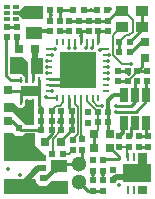
<source format=gtl>
%FSLAX25Y25*%
%MOIN*%
G70*
G01*
G75*
G04 Layer_Physical_Order=1*
G04 Layer_Color=255*
%ADD10C,0.00800*%
%ADD11R,0.01969X0.01969*%
%ADD12R,0.01969X0.01969*%
%ADD13R,0.02756X0.05118*%
%ADD14R,0.09370X0.06496*%
%ADD15R,0.00984X0.02756*%
%ADD16R,0.01929X0.01181*%
%ADD17R,0.02047X0.01181*%
%ADD18R,0.06299X0.03543*%
%ADD19R,0.01102X0.01969*%
%ADD20R,0.12205X0.12205*%
%ADD21R,0.00984X0.02362*%
%ADD22R,0.02362X0.00984*%
%ADD23R,0.10709X0.05079*%
%ADD24R,0.05787X0.04449*%
%ADD25R,0.03000X0.03000*%
%ADD26R,0.04449X0.05787*%
%ADD27R,0.03000X0.03000*%
%ADD28R,0.04331X0.03543*%
%ADD29C,0.02000*%
%ADD30C,0.00600*%
%ADD31C,0.01200*%
%ADD32C,0.01000*%
%ADD33C,0.00500*%
%ADD34C,0.05118*%
%ADD35C,0.01400*%
%ADD36C,0.01969*%
G36*
X18600Y8000D02*
X17900D01*
X15300Y5400D01*
X13100D01*
Y7400D01*
X15300D01*
X17100Y9200D01*
X19800D01*
X18600Y8000D01*
D02*
G37*
G36*
X48700Y10600D02*
X45900D01*
X45800Y10500D01*
Y14800D01*
X48700D01*
Y10600D01*
D02*
G37*
G36*
X11600Y5300D02*
X13100Y3800D01*
X15100D01*
X16800Y5500D01*
X22600D01*
Y1000D01*
X1000D01*
Y6000D01*
X11600D01*
Y5300D01*
D02*
G37*
G36*
X48750Y1000D02*
X45850D01*
Y3800D01*
X48750D01*
Y1000D01*
D02*
G37*
G36*
X9200Y44800D02*
Y38100D01*
X8200D01*
Y39900D01*
X7200Y40900D01*
X3000D01*
Y46600D01*
X3100Y46700D01*
X7300D01*
X9200Y44800D01*
D02*
G37*
G36*
X14100Y59400D02*
X7400D01*
X6000Y60800D01*
X4200D01*
X4100Y60900D01*
Y62000D01*
X6000D01*
X7800Y63800D01*
X14100D01*
Y59400D01*
D02*
G37*
G36*
X11300Y17400D02*
X14600Y14100D01*
X15100Y14100D01*
Y12000D01*
X1000Y12000D01*
Y21400D01*
X4200D01*
X5200Y20400D01*
X7200D01*
X8200Y21400D01*
X11300D01*
Y17400D01*
D02*
G37*
G36*
X11200Y23900D02*
X8300D01*
X3700Y28500D01*
X1000D01*
Y31500D01*
X4400D01*
X6200Y29700D01*
X7200D01*
X8200Y30700D01*
Y32500D01*
X11200D01*
Y23900D01*
D02*
G37*
D10*
X42800Y16728D02*
G03*
X41947Y15876I0J-853D01*
G01*
X34100Y7200D02*
Y8728D01*
Y5572D02*
Y7200D01*
X39600Y16728D02*
X42800D01*
X41947Y13412D02*
Y15876D01*
X32500Y55228D02*
X32590Y55139D01*
D11*
X32028Y62500D02*
D03*
X35572D02*
D03*
X27772D02*
D03*
X24228D02*
D03*
X39428Y51700D02*
D03*
X42972D02*
D03*
X20772Y14400D02*
D03*
X17228D02*
D03*
X35869Y25054D02*
D03*
X32326D02*
D03*
X35869Y28254D02*
D03*
X32326D02*
D03*
X20128Y25500D02*
D03*
X23672D02*
D03*
X20128Y28700D02*
D03*
X23672D02*
D03*
X13428Y25500D02*
D03*
X16972D02*
D03*
X13428Y28700D02*
D03*
X16972D02*
D03*
X42972Y48500D02*
D03*
X39428D02*
D03*
X19872Y62500D02*
D03*
X16328D02*
D03*
X16972Y22300D02*
D03*
X13428D02*
D03*
X23672D02*
D03*
X20128D02*
D03*
D12*
X22900Y58772D02*
D03*
Y55228D02*
D03*
X34100Y8728D02*
D03*
Y12272D02*
D03*
Y2028D02*
D03*
Y5572D02*
D03*
X30900Y12272D02*
D03*
Y8728D02*
D03*
Y5572D02*
D03*
Y2028D02*
D03*
X37300Y5628D02*
D03*
Y9172D02*
D03*
X42800Y16728D02*
D03*
Y20272D02*
D03*
X39600Y16728D02*
D03*
Y20272D02*
D03*
X14100Y9528D02*
D03*
Y13072D02*
D03*
Y6372D02*
D03*
Y2828D02*
D03*
X2000Y53228D02*
D03*
Y56772D02*
D03*
X45600Y38528D02*
D03*
Y42072D02*
D03*
X48800Y38528D02*
D03*
Y42072D02*
D03*
X6200Y22972D02*
D03*
Y19428D02*
D03*
X24000Y15628D02*
D03*
Y19172D02*
D03*
X27200Y15828D02*
D03*
Y19372D02*
D03*
X35700Y58772D02*
D03*
Y55228D02*
D03*
X32500Y58772D02*
D03*
Y55228D02*
D03*
X29300Y58772D02*
D03*
Y55228D02*
D03*
X26100Y58772D02*
D03*
Y55228D02*
D03*
X19700Y58772D02*
D03*
Y55228D02*
D03*
X39200Y38528D02*
D03*
Y42072D02*
D03*
X5300Y56772D02*
D03*
Y53228D02*
D03*
X16500Y55228D02*
D03*
Y58772D02*
D03*
X29200Y24728D02*
D03*
Y28272D02*
D03*
X42400Y38528D02*
D03*
Y42072D02*
D03*
X46000Y16728D02*
D03*
Y20272D02*
D03*
X49200Y16728D02*
D03*
Y20272D02*
D03*
D13*
X41060Y24676D02*
D03*
X44800D02*
D03*
X48540D02*
D03*
Y34124D02*
D03*
X44800D02*
D03*
X41060D02*
D03*
D14*
X45300Y7900D02*
D03*
D15*
X42347Y2388D02*
D03*
X44316D02*
D03*
X46284D02*
D03*
X48253D02*
D03*
X42347Y13412D02*
D03*
X44316D02*
D03*
X46284D02*
D03*
X48253D02*
D03*
D16*
X1984Y59431D02*
D03*
Y61400D02*
D03*
Y63368D02*
D03*
X5016D02*
D03*
Y61400D02*
D03*
D17*
Y59431D02*
D03*
D18*
X9700Y35300D02*
D03*
D19*
X6747Y39040D02*
D03*
X8716D02*
D03*
X10684D02*
D03*
X12653D02*
D03*
Y31560D02*
D03*
X10684D02*
D03*
X8716D02*
D03*
X6747D02*
D03*
D20*
X25700Y42300D02*
D03*
D21*
X18810Y51749D02*
D03*
X20779D02*
D03*
X22747D02*
D03*
X24716D02*
D03*
X26684D02*
D03*
X28653D02*
D03*
X30621D02*
D03*
X32590D02*
D03*
Y32851D02*
D03*
X30621D02*
D03*
X28653D02*
D03*
X26684D02*
D03*
X24716D02*
D03*
X22747D02*
D03*
X20779D02*
D03*
X18810D02*
D03*
D22*
X35149Y49190D02*
D03*
Y47221D02*
D03*
Y45253D02*
D03*
Y43284D02*
D03*
Y41316D02*
D03*
Y39347D02*
D03*
Y37379D02*
D03*
Y35410D02*
D03*
X16251D02*
D03*
Y37379D02*
D03*
Y39347D02*
D03*
Y41316D02*
D03*
Y43284D02*
D03*
Y45253D02*
D03*
Y47221D02*
D03*
Y49190D02*
D03*
D23*
X6400Y3469D02*
D03*
Y14532D02*
D03*
D24*
X19400Y3216D02*
D03*
Y10184D02*
D03*
X11200Y54616D02*
D03*
Y61584D02*
D03*
D25*
X9800Y25450D02*
D03*
Y19950D02*
D03*
X2500Y25450D02*
D03*
Y19950D02*
D03*
Y35550D02*
D03*
Y30050D02*
D03*
X48000Y51750D02*
D03*
Y46250D02*
D03*
D26*
X12084Y43800D02*
D03*
X5116D02*
D03*
D27*
X36450Y16400D02*
D03*
X30950D02*
D03*
X14750Y18200D02*
D03*
X20250D02*
D03*
X5950Y49400D02*
D03*
X11450D02*
D03*
X36448Y20954D02*
D03*
X30948D02*
D03*
D28*
X47246Y56741D02*
D03*
X40554D02*
D03*
X47246Y61859D02*
D03*
X40554D02*
D03*
D29*
X38428Y6600D02*
X42663D01*
X37400Y5572D02*
X38428Y6600D01*
X42663D02*
X43332Y5931D01*
X45300Y7900D01*
X11450Y44434D02*
Y49400D01*
Y44434D02*
X12084Y43800D01*
X12460Y9528D02*
X14100D01*
X6400Y3469D02*
X12460Y9528D01*
D30*
X32000Y30500D02*
X33800D01*
X30621Y31879D02*
X32000Y30500D01*
X30621Y31879D02*
Y32851D01*
X25756Y21027D02*
Y30016D01*
X26856Y20844D02*
Y32680D01*
X24716Y31056D02*
X25756Y30016D01*
X26684Y32851D02*
X26856Y32680D01*
X24716Y31056D02*
Y32851D01*
X26856Y20844D02*
X27200Y20500D01*
Y19372D02*
Y20500D01*
X24000Y19272D02*
X25756Y21027D01*
X24000Y19172D02*
Y19272D01*
X22772Y14400D02*
X24000Y15628D01*
X20772Y14400D02*
X22772D01*
X16972Y28872D02*
X18600Y30500D01*
X16972Y28700D02*
Y28872D01*
Y22300D02*
Y25500D01*
Y28700D01*
X18600Y30500D02*
X19700D01*
X20779Y31579D01*
Y32851D01*
X28653Y31928D02*
Y32851D01*
Y31928D02*
X32326Y28254D01*
Y25054D02*
Y28254D01*
Y22333D02*
Y25054D01*
X30948Y20954D02*
X32326Y22333D01*
X30621Y49821D02*
Y51749D01*
X30600Y49800D02*
X30621Y49821D01*
X28653Y49847D02*
Y51749D01*
X24716Y49716D02*
Y51749D01*
X24700Y49700D02*
X24716Y49716D01*
X22747Y49747D02*
Y51749D01*
X22700Y49700D02*
X22747Y49747D01*
X28506Y49700D02*
X28653Y49847D01*
X28300Y49700D02*
X28506D01*
X16251Y49190D02*
X18190D01*
X18200Y49200D01*
X40269Y56741D02*
X40554D01*
X37600Y54071D02*
X40269Y56741D01*
X45600Y41728D02*
Y42072D01*
X42400Y38528D02*
X45600Y41728D01*
X17300Y19472D02*
X20128Y22300D01*
X17300Y14472D02*
Y19472D01*
X17228Y14400D02*
X17300Y14472D01*
X37600Y47229D02*
X40529Y44300D01*
X37600Y47229D02*
Y54071D01*
X40529Y44300D02*
X43500D01*
X44000Y55119D02*
Y59000D01*
X41141Y61859D02*
X44000Y59000D01*
X40554Y61859D02*
X41141D01*
X39428Y51800D02*
X41628Y54000D01*
X42881D01*
X44000Y55119D01*
D31*
X35869Y28254D02*
Y32369D01*
X40716Y24331D02*
X41060Y24676D01*
X40716Y21387D02*
Y24331D01*
X39600Y20272D02*
X40716Y21387D01*
X5300Y50050D02*
X5950Y49400D01*
X5300Y50050D02*
Y53228D01*
X11813Y55228D02*
X16500D01*
X11200Y54616D02*
X11813Y55228D01*
X35869Y32369D02*
X37624Y34124D01*
X41060D01*
X42972Y48500D02*
X43750D01*
X47000Y51750D01*
D32*
X34628Y12800D02*
X39300D01*
Y13600D01*
X36500Y16400D02*
X39300Y13600D01*
X27200Y12100D02*
Y15828D01*
X26100Y11000D02*
X27200Y12100D01*
X19700Y10215D02*
X20485Y11000D01*
X26100D01*
X34100Y12272D02*
X34628Y12800D01*
X30900Y2028D02*
X34100D01*
X29166D02*
X30900D01*
X26100Y5094D02*
X29166Y2028D01*
X36450Y16400D02*
X36500D01*
X22747Y29624D02*
Y32851D01*
Y29624D02*
X23672Y28700D01*
Y22300D02*
Y25500D01*
X20128Y22300D02*
Y25500D01*
Y28700D01*
X16251Y37379D02*
X20779D01*
X16251Y39347D02*
X22747D01*
X25700Y42300D01*
X20779Y37379D02*
X22747Y39347D01*
X35869Y25054D02*
Y28254D01*
Y21533D02*
Y25054D01*
Y21533D02*
X36448Y20954D01*
X48540Y20932D02*
Y24676D01*
Y20932D02*
X49200Y20272D01*
X46000Y16728D02*
X49200D01*
X43438Y23313D02*
X44800Y24676D01*
X42800Y20272D02*
X43438D01*
Y23313D01*
X32590Y51749D02*
Y55139D01*
X32500Y55228D02*
X35700D01*
X32500Y58772D02*
X35700D01*
X26100Y55228D02*
X26684Y54644D01*
X26100Y55228D02*
X29300D01*
X19700D02*
X22900D01*
Y58772D02*
X26100D01*
X29300D01*
X32500D01*
X27972Y62500D02*
X32428D01*
X19700Y58772D02*
Y62328D01*
X19872Y62500D01*
X24328D01*
X16328Y58943D02*
X16500Y58772D01*
X44800Y34124D02*
Y37728D01*
X45600Y38528D01*
X48540Y34124D02*
Y38269D01*
X48800Y38528D01*
X45600Y42072D02*
X48800D01*
X39200D02*
X42400D01*
X39428Y48500D02*
Y51800D01*
X38787Y61859D02*
X40554D01*
X35700Y58772D02*
X38787Y61859D01*
X30948Y16402D02*
Y20954D01*
Y16402D02*
X30950Y16400D01*
X20250Y18878D02*
X23672Y22300D01*
X20250Y18200D02*
Y18878D01*
X39200Y38528D02*
X42400D01*
X2000Y56772D02*
X5300D01*
X5300Y56772D01*
X1891Y53120D02*
X2000Y53228D01*
X1891Y40309D02*
Y53120D01*
Y40309D02*
X3300Y38900D01*
X6747D02*
Y39040D01*
X3300Y38900D02*
X6747D01*
X13428Y25500D02*
Y28700D01*
Y22300D02*
Y22450D01*
X3722Y25450D02*
X6200Y22972D01*
X2500Y25450D02*
X3722D01*
X6722Y22450D02*
X13428D01*
Y25500D01*
X6200Y22972D02*
X6722Y22450D01*
X12653Y30547D02*
Y31560D01*
Y30547D02*
X13428Y29772D01*
Y28700D02*
Y29772D01*
X6747Y31560D02*
Y34853D01*
X6300Y35300D02*
X6747Y34853D01*
X2750Y35300D02*
X6300D01*
X2500Y35550D02*
X2750Y35300D01*
X10684Y39040D02*
Y42400D01*
X12084Y43800D01*
X12653Y31560D02*
Y39040D01*
X44800Y31800D02*
Y34124D01*
X43300Y30300D02*
X44800Y31800D01*
X43100Y30500D02*
X43300Y30300D01*
X38400Y30500D02*
X43100D01*
X48540Y31940D02*
Y34124D01*
X45000Y28400D02*
X48540Y31940D01*
X38500Y28400D02*
X45000D01*
X23672Y25500D02*
Y28700D01*
X16972Y20982D02*
Y22300D01*
X14750Y18760D02*
X16972Y20982D01*
X14750Y18200D02*
Y18760D01*
X46000Y20272D02*
X49200D01*
X26684Y51749D02*
Y54644D01*
X47000Y43472D02*
Y46250D01*
X45600Y42072D02*
X47000Y43472D01*
X47246Y56741D02*
Y61859D01*
Y56075D02*
Y56741D01*
X42972Y51800D02*
X47246Y56075D01*
X16328Y58943D02*
Y62500D01*
D33*
X30900Y7200D02*
Y8728D01*
Y5572D02*
Y7200D01*
X33000Y49100D02*
X33090Y49190D01*
X35149D01*
X15549Y32851D02*
X18810D01*
X15100Y33300D02*
X15549Y32851D01*
D34*
X26100Y5094D02*
D03*
Y11000D02*
D03*
D35*
X6368Y7431D02*
D03*
X39300Y3900D02*
D03*
X37200Y8700D02*
D03*
X33800Y30500D02*
D03*
X30700Y12200D02*
D03*
X39300Y12800D02*
D03*
X34100Y7200D02*
D03*
X30900D02*
D03*
X19500Y25100D02*
D03*
X24100Y25900D02*
D03*
X47400Y2200D02*
D03*
X30600Y49800D02*
D03*
X24700Y49700D02*
D03*
X22700D02*
D03*
X28300D02*
D03*
X15600Y41300D02*
D03*
X35900Y45200D02*
D03*
Y43300D02*
D03*
Y41300D02*
D03*
Y39300D02*
D03*
X17000Y47200D02*
D03*
X18200Y49200D02*
D03*
X26700Y53700D02*
D03*
X19700Y55228D02*
D03*
X30200Y62500D02*
D03*
X20400D02*
D03*
X16800Y60700D02*
D03*
X2300Y63400D02*
D03*
X4700Y59400D02*
D03*
X29100Y24700D02*
D03*
X29200Y28300D02*
D03*
X15600Y43300D02*
D03*
Y45300D02*
D03*
X33000Y49100D02*
D03*
X42400Y38300D02*
D03*
X36000Y47300D02*
D03*
X43500Y44300D02*
D03*
X29800Y58800D02*
D03*
X36600Y62600D02*
D03*
X35700Y55228D02*
D03*
X47246Y61859D02*
D03*
X42800Y20000D02*
D03*
X46000Y19900D02*
D03*
X42700Y41100D02*
D03*
X10000Y53700D02*
D03*
X9700Y55600D02*
D03*
X2300Y59500D02*
D03*
X5400Y53500D02*
D03*
X11450Y49400D02*
D03*
X12084Y43800D02*
D03*
X49200Y16728D02*
D03*
X35869Y28254D02*
D03*
X38400Y30500D02*
D03*
X38500Y28400D02*
D03*
X17100Y35400D02*
D03*
X15100Y33300D02*
D03*
X2200Y56800D02*
D03*
X5400Y63400D02*
D03*
X1700Y61400D02*
D03*
X10300Y28800D02*
D03*
X2500Y9400D02*
D03*
D36*
X43332Y5931D02*
D03*
Y9868D02*
D03*
X47269Y5931D02*
D03*
Y9868D02*
D03*
X11275Y35300D02*
D03*
X8125D02*
D03*
X30621Y37379D02*
D03*
X25700D02*
D03*
X20779D02*
D03*
X30621Y42300D02*
D03*
X25700D02*
D03*
X20779D02*
D03*
X30621Y47221D02*
D03*
X25700D02*
D03*
X20779D02*
D03*
M02*

</source>
